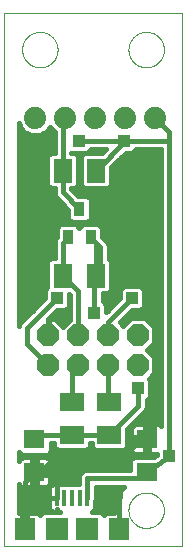
<source format=gbl>
G75*
%MOIN*%
%OFA0B0*%
%FSLAX25Y25*%
%IPPOS*%
%LPD*%
%AMOC8*
5,1,8,0,0,1.08239X$1,22.5*
%
%ADD10C,0.00000*%
%ADD11R,0.07087X0.06299*%
%ADD12R,0.01378X0.05512*%
%ADD13R,0.07087X0.07480*%
%ADD14R,0.07480X0.07480*%
%ADD15OC8,0.07400*%
%ADD16C,0.07400*%
%ADD17R,0.03543X0.04724*%
%ADD18R,0.06299X0.07874*%
%ADD19R,0.07874X0.06299*%
%ADD20C,0.01600*%
%ADD21R,0.03962X0.03962*%
D10*
X0001800Y0010051D02*
X0001800Y0187591D01*
X0060855Y0187591D01*
X0060855Y0010051D01*
X0001800Y0010051D01*
X0043138Y0021862D02*
X0043140Y0022015D01*
X0043146Y0022169D01*
X0043156Y0022322D01*
X0043170Y0022474D01*
X0043188Y0022627D01*
X0043210Y0022778D01*
X0043235Y0022929D01*
X0043265Y0023080D01*
X0043299Y0023230D01*
X0043336Y0023378D01*
X0043377Y0023526D01*
X0043422Y0023672D01*
X0043471Y0023818D01*
X0043524Y0023962D01*
X0043580Y0024104D01*
X0043640Y0024245D01*
X0043704Y0024385D01*
X0043771Y0024523D01*
X0043842Y0024659D01*
X0043917Y0024793D01*
X0043994Y0024925D01*
X0044076Y0025055D01*
X0044160Y0025183D01*
X0044248Y0025309D01*
X0044339Y0025432D01*
X0044433Y0025553D01*
X0044531Y0025671D01*
X0044631Y0025787D01*
X0044735Y0025900D01*
X0044841Y0026011D01*
X0044950Y0026119D01*
X0045062Y0026224D01*
X0045176Y0026325D01*
X0045294Y0026424D01*
X0045413Y0026520D01*
X0045535Y0026613D01*
X0045660Y0026702D01*
X0045787Y0026789D01*
X0045916Y0026871D01*
X0046047Y0026951D01*
X0046180Y0027027D01*
X0046315Y0027100D01*
X0046452Y0027169D01*
X0046591Y0027234D01*
X0046731Y0027296D01*
X0046873Y0027354D01*
X0047016Y0027409D01*
X0047161Y0027460D01*
X0047307Y0027507D01*
X0047454Y0027550D01*
X0047602Y0027589D01*
X0047751Y0027625D01*
X0047901Y0027656D01*
X0048052Y0027684D01*
X0048203Y0027708D01*
X0048356Y0027728D01*
X0048508Y0027744D01*
X0048661Y0027756D01*
X0048814Y0027764D01*
X0048967Y0027768D01*
X0049121Y0027768D01*
X0049274Y0027764D01*
X0049427Y0027756D01*
X0049580Y0027744D01*
X0049732Y0027728D01*
X0049885Y0027708D01*
X0050036Y0027684D01*
X0050187Y0027656D01*
X0050337Y0027625D01*
X0050486Y0027589D01*
X0050634Y0027550D01*
X0050781Y0027507D01*
X0050927Y0027460D01*
X0051072Y0027409D01*
X0051215Y0027354D01*
X0051357Y0027296D01*
X0051497Y0027234D01*
X0051636Y0027169D01*
X0051773Y0027100D01*
X0051908Y0027027D01*
X0052041Y0026951D01*
X0052172Y0026871D01*
X0052301Y0026789D01*
X0052428Y0026702D01*
X0052553Y0026613D01*
X0052675Y0026520D01*
X0052794Y0026424D01*
X0052912Y0026325D01*
X0053026Y0026224D01*
X0053138Y0026119D01*
X0053247Y0026011D01*
X0053353Y0025900D01*
X0053457Y0025787D01*
X0053557Y0025671D01*
X0053655Y0025553D01*
X0053749Y0025432D01*
X0053840Y0025309D01*
X0053928Y0025183D01*
X0054012Y0025055D01*
X0054094Y0024925D01*
X0054171Y0024793D01*
X0054246Y0024659D01*
X0054317Y0024523D01*
X0054384Y0024385D01*
X0054448Y0024245D01*
X0054508Y0024104D01*
X0054564Y0023962D01*
X0054617Y0023818D01*
X0054666Y0023672D01*
X0054711Y0023526D01*
X0054752Y0023378D01*
X0054789Y0023230D01*
X0054823Y0023080D01*
X0054853Y0022929D01*
X0054878Y0022778D01*
X0054900Y0022627D01*
X0054918Y0022474D01*
X0054932Y0022322D01*
X0054942Y0022169D01*
X0054948Y0022015D01*
X0054950Y0021862D01*
X0054948Y0021709D01*
X0054942Y0021555D01*
X0054932Y0021402D01*
X0054918Y0021250D01*
X0054900Y0021097D01*
X0054878Y0020946D01*
X0054853Y0020795D01*
X0054823Y0020644D01*
X0054789Y0020494D01*
X0054752Y0020346D01*
X0054711Y0020198D01*
X0054666Y0020052D01*
X0054617Y0019906D01*
X0054564Y0019762D01*
X0054508Y0019620D01*
X0054448Y0019479D01*
X0054384Y0019339D01*
X0054317Y0019201D01*
X0054246Y0019065D01*
X0054171Y0018931D01*
X0054094Y0018799D01*
X0054012Y0018669D01*
X0053928Y0018541D01*
X0053840Y0018415D01*
X0053749Y0018292D01*
X0053655Y0018171D01*
X0053557Y0018053D01*
X0053457Y0017937D01*
X0053353Y0017824D01*
X0053247Y0017713D01*
X0053138Y0017605D01*
X0053026Y0017500D01*
X0052912Y0017399D01*
X0052794Y0017300D01*
X0052675Y0017204D01*
X0052553Y0017111D01*
X0052428Y0017022D01*
X0052301Y0016935D01*
X0052172Y0016853D01*
X0052041Y0016773D01*
X0051908Y0016697D01*
X0051773Y0016624D01*
X0051636Y0016555D01*
X0051497Y0016490D01*
X0051357Y0016428D01*
X0051215Y0016370D01*
X0051072Y0016315D01*
X0050927Y0016264D01*
X0050781Y0016217D01*
X0050634Y0016174D01*
X0050486Y0016135D01*
X0050337Y0016099D01*
X0050187Y0016068D01*
X0050036Y0016040D01*
X0049885Y0016016D01*
X0049732Y0015996D01*
X0049580Y0015980D01*
X0049427Y0015968D01*
X0049274Y0015960D01*
X0049121Y0015956D01*
X0048967Y0015956D01*
X0048814Y0015960D01*
X0048661Y0015968D01*
X0048508Y0015980D01*
X0048356Y0015996D01*
X0048203Y0016016D01*
X0048052Y0016040D01*
X0047901Y0016068D01*
X0047751Y0016099D01*
X0047602Y0016135D01*
X0047454Y0016174D01*
X0047307Y0016217D01*
X0047161Y0016264D01*
X0047016Y0016315D01*
X0046873Y0016370D01*
X0046731Y0016428D01*
X0046591Y0016490D01*
X0046452Y0016555D01*
X0046315Y0016624D01*
X0046180Y0016697D01*
X0046047Y0016773D01*
X0045916Y0016853D01*
X0045787Y0016935D01*
X0045660Y0017022D01*
X0045535Y0017111D01*
X0045413Y0017204D01*
X0045294Y0017300D01*
X0045176Y0017399D01*
X0045062Y0017500D01*
X0044950Y0017605D01*
X0044841Y0017713D01*
X0044735Y0017824D01*
X0044631Y0017937D01*
X0044531Y0018053D01*
X0044433Y0018171D01*
X0044339Y0018292D01*
X0044248Y0018415D01*
X0044160Y0018541D01*
X0044076Y0018669D01*
X0043994Y0018799D01*
X0043917Y0018931D01*
X0043842Y0019065D01*
X0043771Y0019201D01*
X0043704Y0019339D01*
X0043640Y0019479D01*
X0043580Y0019620D01*
X0043524Y0019762D01*
X0043471Y0019906D01*
X0043422Y0020052D01*
X0043377Y0020198D01*
X0043336Y0020346D01*
X0043299Y0020494D01*
X0043265Y0020644D01*
X0043235Y0020795D01*
X0043210Y0020946D01*
X0043188Y0021097D01*
X0043170Y0021250D01*
X0043156Y0021402D01*
X0043146Y0021555D01*
X0043140Y0021709D01*
X0043138Y0021862D01*
X0043138Y0175406D02*
X0043140Y0175559D01*
X0043146Y0175713D01*
X0043156Y0175866D01*
X0043170Y0176018D01*
X0043188Y0176171D01*
X0043210Y0176322D01*
X0043235Y0176473D01*
X0043265Y0176624D01*
X0043299Y0176774D01*
X0043336Y0176922D01*
X0043377Y0177070D01*
X0043422Y0177216D01*
X0043471Y0177362D01*
X0043524Y0177506D01*
X0043580Y0177648D01*
X0043640Y0177789D01*
X0043704Y0177929D01*
X0043771Y0178067D01*
X0043842Y0178203D01*
X0043917Y0178337D01*
X0043994Y0178469D01*
X0044076Y0178599D01*
X0044160Y0178727D01*
X0044248Y0178853D01*
X0044339Y0178976D01*
X0044433Y0179097D01*
X0044531Y0179215D01*
X0044631Y0179331D01*
X0044735Y0179444D01*
X0044841Y0179555D01*
X0044950Y0179663D01*
X0045062Y0179768D01*
X0045176Y0179869D01*
X0045294Y0179968D01*
X0045413Y0180064D01*
X0045535Y0180157D01*
X0045660Y0180246D01*
X0045787Y0180333D01*
X0045916Y0180415D01*
X0046047Y0180495D01*
X0046180Y0180571D01*
X0046315Y0180644D01*
X0046452Y0180713D01*
X0046591Y0180778D01*
X0046731Y0180840D01*
X0046873Y0180898D01*
X0047016Y0180953D01*
X0047161Y0181004D01*
X0047307Y0181051D01*
X0047454Y0181094D01*
X0047602Y0181133D01*
X0047751Y0181169D01*
X0047901Y0181200D01*
X0048052Y0181228D01*
X0048203Y0181252D01*
X0048356Y0181272D01*
X0048508Y0181288D01*
X0048661Y0181300D01*
X0048814Y0181308D01*
X0048967Y0181312D01*
X0049121Y0181312D01*
X0049274Y0181308D01*
X0049427Y0181300D01*
X0049580Y0181288D01*
X0049732Y0181272D01*
X0049885Y0181252D01*
X0050036Y0181228D01*
X0050187Y0181200D01*
X0050337Y0181169D01*
X0050486Y0181133D01*
X0050634Y0181094D01*
X0050781Y0181051D01*
X0050927Y0181004D01*
X0051072Y0180953D01*
X0051215Y0180898D01*
X0051357Y0180840D01*
X0051497Y0180778D01*
X0051636Y0180713D01*
X0051773Y0180644D01*
X0051908Y0180571D01*
X0052041Y0180495D01*
X0052172Y0180415D01*
X0052301Y0180333D01*
X0052428Y0180246D01*
X0052553Y0180157D01*
X0052675Y0180064D01*
X0052794Y0179968D01*
X0052912Y0179869D01*
X0053026Y0179768D01*
X0053138Y0179663D01*
X0053247Y0179555D01*
X0053353Y0179444D01*
X0053457Y0179331D01*
X0053557Y0179215D01*
X0053655Y0179097D01*
X0053749Y0178976D01*
X0053840Y0178853D01*
X0053928Y0178727D01*
X0054012Y0178599D01*
X0054094Y0178469D01*
X0054171Y0178337D01*
X0054246Y0178203D01*
X0054317Y0178067D01*
X0054384Y0177929D01*
X0054448Y0177789D01*
X0054508Y0177648D01*
X0054564Y0177506D01*
X0054617Y0177362D01*
X0054666Y0177216D01*
X0054711Y0177070D01*
X0054752Y0176922D01*
X0054789Y0176774D01*
X0054823Y0176624D01*
X0054853Y0176473D01*
X0054878Y0176322D01*
X0054900Y0176171D01*
X0054918Y0176018D01*
X0054932Y0175866D01*
X0054942Y0175713D01*
X0054948Y0175559D01*
X0054950Y0175406D01*
X0054948Y0175253D01*
X0054942Y0175099D01*
X0054932Y0174946D01*
X0054918Y0174794D01*
X0054900Y0174641D01*
X0054878Y0174490D01*
X0054853Y0174339D01*
X0054823Y0174188D01*
X0054789Y0174038D01*
X0054752Y0173890D01*
X0054711Y0173742D01*
X0054666Y0173596D01*
X0054617Y0173450D01*
X0054564Y0173306D01*
X0054508Y0173164D01*
X0054448Y0173023D01*
X0054384Y0172883D01*
X0054317Y0172745D01*
X0054246Y0172609D01*
X0054171Y0172475D01*
X0054094Y0172343D01*
X0054012Y0172213D01*
X0053928Y0172085D01*
X0053840Y0171959D01*
X0053749Y0171836D01*
X0053655Y0171715D01*
X0053557Y0171597D01*
X0053457Y0171481D01*
X0053353Y0171368D01*
X0053247Y0171257D01*
X0053138Y0171149D01*
X0053026Y0171044D01*
X0052912Y0170943D01*
X0052794Y0170844D01*
X0052675Y0170748D01*
X0052553Y0170655D01*
X0052428Y0170566D01*
X0052301Y0170479D01*
X0052172Y0170397D01*
X0052041Y0170317D01*
X0051908Y0170241D01*
X0051773Y0170168D01*
X0051636Y0170099D01*
X0051497Y0170034D01*
X0051357Y0169972D01*
X0051215Y0169914D01*
X0051072Y0169859D01*
X0050927Y0169808D01*
X0050781Y0169761D01*
X0050634Y0169718D01*
X0050486Y0169679D01*
X0050337Y0169643D01*
X0050187Y0169612D01*
X0050036Y0169584D01*
X0049885Y0169560D01*
X0049732Y0169540D01*
X0049580Y0169524D01*
X0049427Y0169512D01*
X0049274Y0169504D01*
X0049121Y0169500D01*
X0048967Y0169500D01*
X0048814Y0169504D01*
X0048661Y0169512D01*
X0048508Y0169524D01*
X0048356Y0169540D01*
X0048203Y0169560D01*
X0048052Y0169584D01*
X0047901Y0169612D01*
X0047751Y0169643D01*
X0047602Y0169679D01*
X0047454Y0169718D01*
X0047307Y0169761D01*
X0047161Y0169808D01*
X0047016Y0169859D01*
X0046873Y0169914D01*
X0046731Y0169972D01*
X0046591Y0170034D01*
X0046452Y0170099D01*
X0046315Y0170168D01*
X0046180Y0170241D01*
X0046047Y0170317D01*
X0045916Y0170397D01*
X0045787Y0170479D01*
X0045660Y0170566D01*
X0045535Y0170655D01*
X0045413Y0170748D01*
X0045294Y0170844D01*
X0045176Y0170943D01*
X0045062Y0171044D01*
X0044950Y0171149D01*
X0044841Y0171257D01*
X0044735Y0171368D01*
X0044631Y0171481D01*
X0044531Y0171597D01*
X0044433Y0171715D01*
X0044339Y0171836D01*
X0044248Y0171959D01*
X0044160Y0172085D01*
X0044076Y0172213D01*
X0043994Y0172343D01*
X0043917Y0172475D01*
X0043842Y0172609D01*
X0043771Y0172745D01*
X0043704Y0172883D01*
X0043640Y0173023D01*
X0043580Y0173164D01*
X0043524Y0173306D01*
X0043471Y0173450D01*
X0043422Y0173596D01*
X0043377Y0173742D01*
X0043336Y0173890D01*
X0043299Y0174038D01*
X0043265Y0174188D01*
X0043235Y0174339D01*
X0043210Y0174490D01*
X0043188Y0174641D01*
X0043170Y0174794D01*
X0043156Y0174946D01*
X0043146Y0175099D01*
X0043140Y0175253D01*
X0043138Y0175406D01*
X0007705Y0175406D02*
X0007707Y0175559D01*
X0007713Y0175713D01*
X0007723Y0175866D01*
X0007737Y0176018D01*
X0007755Y0176171D01*
X0007777Y0176322D01*
X0007802Y0176473D01*
X0007832Y0176624D01*
X0007866Y0176774D01*
X0007903Y0176922D01*
X0007944Y0177070D01*
X0007989Y0177216D01*
X0008038Y0177362D01*
X0008091Y0177506D01*
X0008147Y0177648D01*
X0008207Y0177789D01*
X0008271Y0177929D01*
X0008338Y0178067D01*
X0008409Y0178203D01*
X0008484Y0178337D01*
X0008561Y0178469D01*
X0008643Y0178599D01*
X0008727Y0178727D01*
X0008815Y0178853D01*
X0008906Y0178976D01*
X0009000Y0179097D01*
X0009098Y0179215D01*
X0009198Y0179331D01*
X0009302Y0179444D01*
X0009408Y0179555D01*
X0009517Y0179663D01*
X0009629Y0179768D01*
X0009743Y0179869D01*
X0009861Y0179968D01*
X0009980Y0180064D01*
X0010102Y0180157D01*
X0010227Y0180246D01*
X0010354Y0180333D01*
X0010483Y0180415D01*
X0010614Y0180495D01*
X0010747Y0180571D01*
X0010882Y0180644D01*
X0011019Y0180713D01*
X0011158Y0180778D01*
X0011298Y0180840D01*
X0011440Y0180898D01*
X0011583Y0180953D01*
X0011728Y0181004D01*
X0011874Y0181051D01*
X0012021Y0181094D01*
X0012169Y0181133D01*
X0012318Y0181169D01*
X0012468Y0181200D01*
X0012619Y0181228D01*
X0012770Y0181252D01*
X0012923Y0181272D01*
X0013075Y0181288D01*
X0013228Y0181300D01*
X0013381Y0181308D01*
X0013534Y0181312D01*
X0013688Y0181312D01*
X0013841Y0181308D01*
X0013994Y0181300D01*
X0014147Y0181288D01*
X0014299Y0181272D01*
X0014452Y0181252D01*
X0014603Y0181228D01*
X0014754Y0181200D01*
X0014904Y0181169D01*
X0015053Y0181133D01*
X0015201Y0181094D01*
X0015348Y0181051D01*
X0015494Y0181004D01*
X0015639Y0180953D01*
X0015782Y0180898D01*
X0015924Y0180840D01*
X0016064Y0180778D01*
X0016203Y0180713D01*
X0016340Y0180644D01*
X0016475Y0180571D01*
X0016608Y0180495D01*
X0016739Y0180415D01*
X0016868Y0180333D01*
X0016995Y0180246D01*
X0017120Y0180157D01*
X0017242Y0180064D01*
X0017361Y0179968D01*
X0017479Y0179869D01*
X0017593Y0179768D01*
X0017705Y0179663D01*
X0017814Y0179555D01*
X0017920Y0179444D01*
X0018024Y0179331D01*
X0018124Y0179215D01*
X0018222Y0179097D01*
X0018316Y0178976D01*
X0018407Y0178853D01*
X0018495Y0178727D01*
X0018579Y0178599D01*
X0018661Y0178469D01*
X0018738Y0178337D01*
X0018813Y0178203D01*
X0018884Y0178067D01*
X0018951Y0177929D01*
X0019015Y0177789D01*
X0019075Y0177648D01*
X0019131Y0177506D01*
X0019184Y0177362D01*
X0019233Y0177216D01*
X0019278Y0177070D01*
X0019319Y0176922D01*
X0019356Y0176774D01*
X0019390Y0176624D01*
X0019420Y0176473D01*
X0019445Y0176322D01*
X0019467Y0176171D01*
X0019485Y0176018D01*
X0019499Y0175866D01*
X0019509Y0175713D01*
X0019515Y0175559D01*
X0019517Y0175406D01*
X0019515Y0175253D01*
X0019509Y0175099D01*
X0019499Y0174946D01*
X0019485Y0174794D01*
X0019467Y0174641D01*
X0019445Y0174490D01*
X0019420Y0174339D01*
X0019390Y0174188D01*
X0019356Y0174038D01*
X0019319Y0173890D01*
X0019278Y0173742D01*
X0019233Y0173596D01*
X0019184Y0173450D01*
X0019131Y0173306D01*
X0019075Y0173164D01*
X0019015Y0173023D01*
X0018951Y0172883D01*
X0018884Y0172745D01*
X0018813Y0172609D01*
X0018738Y0172475D01*
X0018661Y0172343D01*
X0018579Y0172213D01*
X0018495Y0172085D01*
X0018407Y0171959D01*
X0018316Y0171836D01*
X0018222Y0171715D01*
X0018124Y0171597D01*
X0018024Y0171481D01*
X0017920Y0171368D01*
X0017814Y0171257D01*
X0017705Y0171149D01*
X0017593Y0171044D01*
X0017479Y0170943D01*
X0017361Y0170844D01*
X0017242Y0170748D01*
X0017120Y0170655D01*
X0016995Y0170566D01*
X0016868Y0170479D01*
X0016739Y0170397D01*
X0016608Y0170317D01*
X0016475Y0170241D01*
X0016340Y0170168D01*
X0016203Y0170099D01*
X0016064Y0170034D01*
X0015924Y0169972D01*
X0015782Y0169914D01*
X0015639Y0169859D01*
X0015494Y0169808D01*
X0015348Y0169761D01*
X0015201Y0169718D01*
X0015053Y0169679D01*
X0014904Y0169643D01*
X0014754Y0169612D01*
X0014603Y0169584D01*
X0014452Y0169560D01*
X0014299Y0169540D01*
X0014147Y0169524D01*
X0013994Y0169512D01*
X0013841Y0169504D01*
X0013688Y0169500D01*
X0013534Y0169500D01*
X0013381Y0169504D01*
X0013228Y0169512D01*
X0013075Y0169524D01*
X0012923Y0169540D01*
X0012770Y0169560D01*
X0012619Y0169584D01*
X0012468Y0169612D01*
X0012318Y0169643D01*
X0012169Y0169679D01*
X0012021Y0169718D01*
X0011874Y0169761D01*
X0011728Y0169808D01*
X0011583Y0169859D01*
X0011440Y0169914D01*
X0011298Y0169972D01*
X0011158Y0170034D01*
X0011019Y0170099D01*
X0010882Y0170168D01*
X0010747Y0170241D01*
X0010614Y0170317D01*
X0010483Y0170397D01*
X0010354Y0170479D01*
X0010227Y0170566D01*
X0010102Y0170655D01*
X0009980Y0170748D01*
X0009861Y0170844D01*
X0009743Y0170943D01*
X0009629Y0171044D01*
X0009517Y0171149D01*
X0009408Y0171257D01*
X0009302Y0171368D01*
X0009198Y0171481D01*
X0009098Y0171597D01*
X0009000Y0171715D01*
X0008906Y0171836D01*
X0008815Y0171959D01*
X0008727Y0172085D01*
X0008643Y0172213D01*
X0008561Y0172343D01*
X0008484Y0172475D01*
X0008409Y0172609D01*
X0008338Y0172745D01*
X0008271Y0172883D01*
X0008207Y0173023D01*
X0008147Y0173164D01*
X0008091Y0173306D01*
X0008038Y0173450D01*
X0007989Y0173596D01*
X0007944Y0173742D01*
X0007903Y0173890D01*
X0007866Y0174038D01*
X0007832Y0174188D01*
X0007802Y0174339D01*
X0007777Y0174490D01*
X0007755Y0174641D01*
X0007737Y0174794D01*
X0007723Y0174946D01*
X0007713Y0175099D01*
X0007707Y0175253D01*
X0007705Y0175406D01*
D11*
X0011800Y0045563D03*
X0011800Y0034539D03*
X0049300Y0034539D03*
X0049300Y0045563D03*
D12*
X0029418Y0025933D03*
X0026859Y0025933D03*
X0024300Y0025933D03*
X0021741Y0025933D03*
X0019182Y0025933D03*
D13*
X0008552Y0015500D03*
X0040048Y0015500D03*
D14*
X0029300Y0015500D03*
X0019300Y0015500D03*
D15*
X0016406Y0070169D03*
X0016406Y0080169D03*
X0026406Y0080169D03*
X0026406Y0070169D03*
X0036406Y0070169D03*
X0036406Y0080169D03*
X0046406Y0080169D03*
X0046406Y0070169D03*
D16*
X0042036Y0152551D03*
X0032036Y0152551D03*
X0022036Y0152551D03*
X0012036Y0152551D03*
X0052036Y0152551D03*
D17*
X0030540Y0112827D03*
X0026800Y0122276D03*
X0023060Y0112827D03*
D18*
X0021288Y0100051D03*
X0032312Y0100051D03*
X0032312Y0135051D03*
X0021288Y0135051D03*
D19*
X0024300Y0058063D03*
X0024300Y0047039D03*
X0036800Y0047039D03*
X0036800Y0058063D03*
D20*
X0036406Y0058457D01*
X0036406Y0070169D01*
X0036406Y0080169D02*
X0036406Y0084657D01*
X0044300Y0092551D01*
X0044279Y0088570D02*
X0047110Y0088570D01*
X0048281Y0089742D01*
X0048281Y0095361D01*
X0047110Y0096532D01*
X0041490Y0096532D01*
X0040319Y0095361D01*
X0040319Y0092530D01*
X0035781Y0087992D01*
X0035781Y0090361D01*
X0034610Y0091532D01*
X0034600Y0091532D01*
X0034600Y0094114D01*
X0036290Y0094114D01*
X0037461Y0095286D01*
X0037461Y0104817D01*
X0036588Y0105690D01*
X0036588Y0110136D01*
X0036162Y0111165D01*
X0035374Y0111952D01*
X0034312Y0113015D01*
X0034312Y0116017D01*
X0033140Y0117189D01*
X0027940Y0117189D01*
X0026800Y0116049D01*
X0025660Y0117189D01*
X0020460Y0117189D01*
X0019288Y0116017D01*
X0019288Y0113015D01*
X0018914Y0112641D01*
X0018488Y0111612D01*
X0018488Y0105988D01*
X0017310Y0105988D01*
X0016139Y0104817D01*
X0016139Y0096180D01*
X0015319Y0095361D01*
X0015319Y0092530D01*
X0006926Y0084137D01*
X0006600Y0083349D01*
X0006600Y0150781D01*
X0007204Y0149322D01*
X0008807Y0147719D01*
X0010902Y0146851D01*
X0013170Y0146851D01*
X0015265Y0147719D01*
X0016868Y0149322D01*
X0017036Y0149727D01*
X0017204Y0149322D01*
X0018488Y0148038D01*
X0018488Y0140988D01*
X0017310Y0140988D01*
X0016139Y0139817D01*
X0016139Y0130286D01*
X0017310Y0129114D01*
X0018488Y0129114D01*
X0018488Y0127230D01*
X0018914Y0126201D01*
X0023028Y0122087D01*
X0023028Y0119085D01*
X0024200Y0117913D01*
X0029400Y0117913D01*
X0030572Y0119085D01*
X0030572Y0125466D01*
X0029400Y0126638D01*
X0026398Y0126638D01*
X0024088Y0128947D01*
X0024088Y0129114D01*
X0025266Y0129114D01*
X0026438Y0130286D01*
X0026438Y0139817D01*
X0025266Y0140988D01*
X0024088Y0140988D01*
X0024088Y0141070D01*
X0029610Y0141070D01*
X0030781Y0142242D01*
X0030781Y0142251D01*
X0035552Y0142251D01*
X0034289Y0140988D01*
X0028334Y0140988D01*
X0027162Y0139817D01*
X0027162Y0130286D01*
X0028334Y0129114D01*
X0036290Y0129114D01*
X0037461Y0130286D01*
X0037461Y0136241D01*
X0042291Y0141070D01*
X0044610Y0141070D01*
X0045781Y0142242D01*
X0045781Y0142251D01*
X0054000Y0142251D01*
X0054000Y0050101D01*
X0053949Y0050153D01*
X0053538Y0050390D01*
X0053080Y0050513D01*
X0050075Y0050513D01*
X0050075Y0046338D01*
X0048525Y0046338D01*
X0048525Y0050513D01*
X0045520Y0050513D01*
X0045062Y0050390D01*
X0044651Y0050153D01*
X0044316Y0049818D01*
X0044079Y0049407D01*
X0043957Y0048950D01*
X0043957Y0046338D01*
X0048525Y0046338D01*
X0048525Y0044788D01*
X0043957Y0044788D01*
X0043957Y0042176D01*
X0044079Y0041719D01*
X0044316Y0041308D01*
X0044651Y0040973D01*
X0045062Y0040736D01*
X0045520Y0040613D01*
X0048525Y0040613D01*
X0048525Y0044788D01*
X0050075Y0044788D01*
X0050075Y0040613D01*
X0052819Y0040613D01*
X0052819Y0040500D01*
X0051685Y0039689D01*
X0044928Y0039689D01*
X0043757Y0038517D01*
X0043757Y0035351D01*
X0028861Y0035351D01*
X0027832Y0034925D01*
X0027044Y0034137D01*
X0026618Y0033108D01*
X0026618Y0030689D01*
X0020224Y0030689D01*
X0020024Y0030489D01*
X0019182Y0030489D01*
X0019182Y0029647D01*
X0019182Y0030489D01*
X0018256Y0030489D01*
X0017798Y0030366D01*
X0017388Y0030129D01*
X0017053Y0029794D01*
X0016816Y0029384D01*
X0016693Y0028926D01*
X0016693Y0025933D01*
X0016693Y0022940D01*
X0016816Y0022482D01*
X0017053Y0022072D01*
X0017388Y0021737D01*
X0017798Y0021500D01*
X0018256Y0021377D01*
X0019182Y0021377D01*
X0020024Y0021377D01*
X0020161Y0021240D01*
X0014731Y0021240D01*
X0013646Y0020155D01*
X0013536Y0020345D01*
X0013200Y0020681D01*
X0012790Y0020917D01*
X0012332Y0021040D01*
X0009352Y0021040D01*
X0009352Y0016300D01*
X0007752Y0016300D01*
X0007752Y0021040D01*
X0006600Y0021040D01*
X0006600Y0030659D01*
X0006816Y0030285D01*
X0007151Y0029949D01*
X0007562Y0029712D01*
X0008020Y0029590D01*
X0011025Y0029590D01*
X0011025Y0033764D01*
X0012575Y0033764D01*
X0012575Y0029590D01*
X0015580Y0029590D01*
X0016038Y0029712D01*
X0016449Y0029949D01*
X0016784Y0030285D01*
X0017021Y0030695D01*
X0017143Y0031153D01*
X0017143Y0033765D01*
X0012575Y0033765D01*
X0012575Y0035314D01*
X0017143Y0035314D01*
X0017143Y0037926D01*
X0017021Y0038384D01*
X0016784Y0038794D01*
X0016449Y0039129D01*
X0016038Y0039366D01*
X0015580Y0039489D01*
X0012575Y0039489D01*
X0012575Y0035314D01*
X0011025Y0035314D01*
X0011025Y0039489D01*
X0008020Y0039489D01*
X0007562Y0039366D01*
X0007151Y0039129D01*
X0006816Y0038794D01*
X0006600Y0038419D01*
X0006600Y0041242D01*
X0007428Y0040413D01*
X0016172Y0040413D01*
X0017343Y0041585D01*
X0017343Y0044239D01*
X0018363Y0044239D01*
X0018363Y0043061D01*
X0019535Y0041890D01*
X0029065Y0041890D01*
X0030237Y0043061D01*
X0030237Y0044239D01*
X0030863Y0044239D01*
X0030863Y0043061D01*
X0032035Y0041890D01*
X0041565Y0041890D01*
X0042737Y0043061D01*
X0042737Y0049017D01*
X0047992Y0054272D01*
X0048780Y0055060D01*
X0049206Y0056089D01*
X0049206Y0058570D01*
X0049216Y0058570D01*
X0050387Y0059742D01*
X0050387Y0065361D01*
X0050023Y0065725D01*
X0052106Y0067808D01*
X0052106Y0072530D01*
X0049467Y0075169D01*
X0052106Y0077808D01*
X0052106Y0082530D01*
X0048767Y0085869D01*
X0044045Y0085869D01*
X0041406Y0083230D01*
X0040173Y0084464D01*
X0044279Y0088570D01*
X0044087Y0088378D02*
X0054000Y0088378D01*
X0054000Y0086780D02*
X0042488Y0086780D01*
X0041759Y0083583D02*
X0041054Y0083583D01*
X0040890Y0085181D02*
X0043357Y0085181D01*
X0040319Y0093174D02*
X0034600Y0093174D01*
X0034600Y0091575D02*
X0039364Y0091575D01*
X0037766Y0089977D02*
X0035781Y0089977D01*
X0035781Y0088378D02*
X0036167Y0088378D01*
X0036948Y0094772D02*
X0040319Y0094772D01*
X0041329Y0096371D02*
X0037461Y0096371D01*
X0037461Y0097969D02*
X0054000Y0097969D01*
X0054000Y0096371D02*
X0047271Y0096371D01*
X0048281Y0094772D02*
X0054000Y0094772D01*
X0054000Y0093174D02*
X0048281Y0093174D01*
X0048281Y0091575D02*
X0054000Y0091575D01*
X0054000Y0089977D02*
X0048281Y0089977D01*
X0049455Y0085181D02*
X0054000Y0085181D01*
X0054000Y0083583D02*
X0051054Y0083583D01*
X0052106Y0081984D02*
X0054000Y0081984D01*
X0054000Y0080386D02*
X0052106Y0080386D01*
X0052106Y0078787D02*
X0054000Y0078787D01*
X0054000Y0077189D02*
X0051487Y0077189D01*
X0050645Y0073992D02*
X0054000Y0073992D01*
X0054000Y0075590D02*
X0049888Y0075590D01*
X0052106Y0072393D02*
X0054000Y0072393D01*
X0054000Y0070795D02*
X0052106Y0070795D01*
X0052106Y0069196D02*
X0054000Y0069196D01*
X0054000Y0067598D02*
X0051896Y0067598D01*
X0050297Y0065999D02*
X0054000Y0065999D01*
X0054000Y0064401D02*
X0050387Y0064401D01*
X0050387Y0062802D02*
X0054000Y0062802D01*
X0054000Y0061204D02*
X0050387Y0061204D01*
X0050251Y0059605D02*
X0054000Y0059605D01*
X0054000Y0058007D02*
X0049206Y0058007D01*
X0049206Y0056408D02*
X0054000Y0056408D01*
X0054000Y0054809D02*
X0048530Y0054809D01*
X0048525Y0050014D02*
X0050075Y0050014D01*
X0050075Y0048415D02*
X0048525Y0048415D01*
X0048525Y0046817D02*
X0050075Y0046817D01*
X0049300Y0045563D02*
X0047312Y0045563D01*
X0039300Y0037551D01*
X0016800Y0037551D01*
X0014300Y0035051D01*
X0012312Y0035051D01*
X0011800Y0034539D01*
X0008552Y0031291D01*
X0008552Y0027551D01*
X0008552Y0015500D01*
X0007752Y0016445D02*
X0009352Y0016445D01*
X0009352Y0018044D02*
X0007752Y0018044D01*
X0007752Y0019642D02*
X0009352Y0019642D01*
X0006600Y0021241D02*
X0020160Y0021241D01*
X0019182Y0021377D02*
X0019182Y0022219D01*
X0019182Y0022219D01*
X0019182Y0021377D01*
X0019182Y0025933D02*
X0019182Y0034539D01*
X0011800Y0034539D01*
X0011025Y0035627D02*
X0012575Y0035627D01*
X0012575Y0034029D02*
X0026999Y0034029D01*
X0026618Y0032430D02*
X0017143Y0032430D01*
X0017057Y0030832D02*
X0026618Y0030832D01*
X0029418Y0032551D02*
X0029418Y0025933D01*
X0032107Y0022349D02*
X0030998Y0021240D01*
X0033869Y0021240D01*
X0034954Y0020155D01*
X0035064Y0020345D01*
X0035399Y0020681D01*
X0035810Y0020917D01*
X0036268Y0021040D01*
X0038339Y0021040D01*
X0038339Y0023272D01*
X0039068Y0025994D01*
X0040478Y0028436D01*
X0041793Y0029751D01*
X0032218Y0029751D01*
X0032218Y0025376D01*
X0032107Y0025108D01*
X0032107Y0022349D01*
X0032107Y0022839D02*
X0038339Y0022839D01*
X0038339Y0021241D02*
X0030999Y0021241D01*
X0032107Y0024438D02*
X0038651Y0024438D01*
X0039092Y0026036D02*
X0032218Y0026036D01*
X0032218Y0027635D02*
X0040015Y0027635D01*
X0040048Y0027551D02*
X0039300Y0027551D01*
X0040048Y0027551D02*
X0040048Y0015500D01*
X0041275Y0029233D02*
X0032218Y0029233D01*
X0029418Y0032551D02*
X0049300Y0032551D01*
X0049300Y0034539D01*
X0056288Y0039539D01*
X0056800Y0040051D01*
X0056800Y0145051D01*
X0042312Y0145051D01*
X0042056Y0144795D01*
X0041800Y0145051D01*
X0026800Y0145051D01*
X0026438Y0139531D02*
X0027162Y0139531D01*
X0027162Y0137932D02*
X0026438Y0137932D01*
X0026438Y0136334D02*
X0027162Y0136334D01*
X0027162Y0134735D02*
X0026438Y0134735D01*
X0026438Y0133137D02*
X0027162Y0133137D01*
X0027162Y0131538D02*
X0026438Y0131538D01*
X0026092Y0129940D02*
X0027508Y0129940D01*
X0026293Y0126743D02*
X0054000Y0126743D01*
X0054000Y0128341D02*
X0024694Y0128341D01*
X0021288Y0127787D02*
X0026800Y0122276D01*
X0025697Y0117151D02*
X0027903Y0117151D01*
X0030237Y0118750D02*
X0054000Y0118750D01*
X0054000Y0120348D02*
X0030572Y0120348D01*
X0030572Y0121947D02*
X0054000Y0121947D01*
X0054000Y0123545D02*
X0030572Y0123545D01*
X0030572Y0125144D02*
X0054000Y0125144D01*
X0054000Y0129940D02*
X0037115Y0129940D01*
X0037461Y0131538D02*
X0054000Y0131538D01*
X0054000Y0133137D02*
X0037461Y0133137D01*
X0037461Y0134735D02*
X0054000Y0134735D01*
X0054000Y0136334D02*
X0037554Y0136334D01*
X0039153Y0137932D02*
X0054000Y0137932D01*
X0054000Y0139531D02*
X0040751Y0139531D01*
X0042056Y0144795D02*
X0032312Y0135051D01*
X0034430Y0141129D02*
X0029669Y0141129D01*
X0023028Y0121947D02*
X0006600Y0121947D01*
X0006600Y0123545D02*
X0021570Y0123545D01*
X0023028Y0120348D02*
X0006600Y0120348D01*
X0006600Y0118750D02*
X0023363Y0118750D01*
X0023060Y0112827D02*
X0021288Y0111055D01*
X0021288Y0100051D01*
X0026406Y0094933D01*
X0026406Y0080169D01*
X0023357Y0085181D02*
X0019173Y0085181D01*
X0018684Y0085669D02*
X0016606Y0085669D01*
X0016606Y0080369D01*
X0016206Y0080369D01*
X0016206Y0085498D01*
X0019279Y0088570D01*
X0022110Y0088570D01*
X0023281Y0089742D01*
X0023281Y0094098D01*
X0023606Y0093773D01*
X0023606Y0085430D01*
X0021265Y0083089D01*
X0018684Y0085669D01*
X0019087Y0088378D02*
X0023606Y0088378D01*
X0023606Y0086780D02*
X0017488Y0086780D01*
X0016606Y0085181D02*
X0016206Y0085181D01*
X0016206Y0083583D02*
X0016606Y0083583D01*
X0016606Y0081984D02*
X0016206Y0081984D01*
X0016206Y0080386D02*
X0016606Y0080386D01*
X0009300Y0077276D02*
X0016406Y0070169D01*
X0020771Y0083583D02*
X0021759Y0083583D01*
X0023281Y0089977D02*
X0023606Y0089977D01*
X0023606Y0091575D02*
X0023281Y0091575D01*
X0023281Y0093174D02*
X0023606Y0093174D01*
X0019300Y0092551D02*
X0009300Y0082551D01*
X0009300Y0077276D01*
X0006697Y0083583D02*
X0006600Y0083583D01*
X0006600Y0085181D02*
X0007970Y0085181D01*
X0006600Y0086780D02*
X0009569Y0086780D01*
X0011167Y0088378D02*
X0006600Y0088378D01*
X0006600Y0089977D02*
X0012766Y0089977D01*
X0014364Y0091575D02*
X0006600Y0091575D01*
X0006600Y0093174D02*
X0015319Y0093174D01*
X0015319Y0094772D02*
X0006600Y0094772D01*
X0006600Y0096371D02*
X0016139Y0096371D01*
X0016139Y0097969D02*
X0006600Y0097969D01*
X0006600Y0099568D02*
X0016139Y0099568D01*
X0016139Y0101166D02*
X0006600Y0101166D01*
X0006600Y0102765D02*
X0016139Y0102765D01*
X0016139Y0104363D02*
X0006600Y0104363D01*
X0006600Y0105962D02*
X0017284Y0105962D01*
X0018488Y0107560D02*
X0006600Y0107560D01*
X0006600Y0109159D02*
X0018488Y0109159D01*
X0018488Y0110757D02*
X0006600Y0110757D01*
X0006600Y0112356D02*
X0018796Y0112356D01*
X0019288Y0113954D02*
X0006600Y0113954D01*
X0006600Y0115553D02*
X0019288Y0115553D01*
X0020422Y0117151D02*
X0006600Y0117151D01*
X0006600Y0125144D02*
X0019972Y0125144D01*
X0018690Y0126743D02*
X0006600Y0126743D01*
X0006600Y0128341D02*
X0018488Y0128341D01*
X0016485Y0129940D02*
X0006600Y0129940D01*
X0006600Y0131538D02*
X0016139Y0131538D01*
X0016139Y0133137D02*
X0006600Y0133137D01*
X0006600Y0134735D02*
X0016139Y0134735D01*
X0016139Y0136334D02*
X0006600Y0136334D01*
X0006600Y0137932D02*
X0016139Y0137932D01*
X0016139Y0139531D02*
X0006600Y0139531D01*
X0006600Y0141129D02*
X0018488Y0141129D01*
X0018488Y0142728D02*
X0006600Y0142728D01*
X0006600Y0144326D02*
X0018488Y0144326D01*
X0018488Y0145925D02*
X0006600Y0145925D01*
X0006600Y0147523D02*
X0009280Y0147523D01*
X0007405Y0149122D02*
X0006600Y0149122D01*
X0006600Y0150720D02*
X0006625Y0150720D01*
X0014792Y0147523D02*
X0018488Y0147523D01*
X0017405Y0149122D02*
X0016668Y0149122D01*
X0021288Y0151488D02*
X0021288Y0135051D01*
X0021288Y0127787D01*
X0021288Y0151488D02*
X0022036Y0152551D01*
X0033178Y0117151D02*
X0054000Y0117151D01*
X0054000Y0115553D02*
X0034312Y0115553D01*
X0034312Y0113954D02*
X0054000Y0113954D01*
X0054000Y0112356D02*
X0034971Y0112356D01*
X0036331Y0110757D02*
X0054000Y0110757D01*
X0054000Y0109159D02*
X0036588Y0109159D01*
X0036588Y0107560D02*
X0054000Y0107560D01*
X0054000Y0105962D02*
X0036588Y0105962D01*
X0037461Y0104363D02*
X0054000Y0104363D01*
X0054000Y0102765D02*
X0037461Y0102765D01*
X0037461Y0101166D02*
X0054000Y0101166D01*
X0054000Y0099568D02*
X0037461Y0099568D01*
X0033788Y0100051D02*
X0031800Y0098063D01*
X0031800Y0087551D01*
X0032312Y0100051D02*
X0032312Y0111055D01*
X0033788Y0109579D01*
X0033788Y0100051D01*
X0032312Y0111055D02*
X0030540Y0112827D01*
X0026406Y0070169D02*
X0024300Y0068063D01*
X0024300Y0058063D01*
X0024300Y0047039D02*
X0036800Y0047039D01*
X0046406Y0056646D01*
X0046406Y0062551D01*
X0046931Y0053211D02*
X0054000Y0053211D01*
X0054000Y0051612D02*
X0045333Y0051612D01*
X0044512Y0050014D02*
X0043734Y0050014D01*
X0043957Y0048415D02*
X0042737Y0048415D01*
X0042737Y0046817D02*
X0043957Y0046817D01*
X0043957Y0043620D02*
X0042737Y0043620D01*
X0042737Y0045218D02*
X0048525Y0045218D01*
X0049300Y0045563D02*
X0051800Y0048063D01*
X0051800Y0125051D01*
X0054000Y0141129D02*
X0044669Y0141129D01*
X0052036Y0152551D02*
X0056800Y0147787D01*
X0056800Y0145051D01*
X0024300Y0047039D02*
X0013276Y0047039D01*
X0011800Y0045563D01*
X0011025Y0038824D02*
X0012575Y0038824D01*
X0012575Y0037226D02*
X0011025Y0037226D01*
X0011025Y0032430D02*
X0012575Y0032430D01*
X0012575Y0030832D02*
X0011025Y0030832D01*
X0007419Y0040423D02*
X0006600Y0040423D01*
X0006600Y0038824D02*
X0006847Y0038824D01*
X0006600Y0029233D02*
X0016775Y0029233D01*
X0016693Y0027635D02*
X0006600Y0027635D01*
X0006600Y0026036D02*
X0016693Y0026036D01*
X0016693Y0025933D02*
X0019052Y0025933D01*
X0016693Y0025933D01*
X0016693Y0024438D02*
X0006600Y0024438D01*
X0006600Y0022839D02*
X0016720Y0022839D01*
X0019052Y0025933D02*
X0019052Y0025933D01*
X0019182Y0029647D02*
X0019182Y0029647D01*
X0017143Y0035627D02*
X0043757Y0035627D01*
X0043757Y0037226D02*
X0017143Y0037226D01*
X0016753Y0038824D02*
X0044064Y0038824D01*
X0043998Y0042021D02*
X0041697Y0042021D01*
X0048525Y0042021D02*
X0050075Y0042021D01*
X0050075Y0043620D02*
X0048525Y0043620D01*
X0052711Y0040423D02*
X0016181Y0040423D01*
X0017343Y0042021D02*
X0019403Y0042021D01*
X0018363Y0043620D02*
X0017343Y0043620D01*
X0029197Y0042021D02*
X0031903Y0042021D01*
X0030863Y0043620D02*
X0030237Y0043620D01*
D21*
X0039300Y0027551D03*
X0046406Y0062551D03*
X0044300Y0092551D03*
X0051800Y0125051D03*
X0041800Y0145051D03*
X0026800Y0145051D03*
X0019300Y0092551D03*
X0031800Y0087551D03*
X0008552Y0027551D03*
X0056800Y0040051D03*
M02*

</source>
